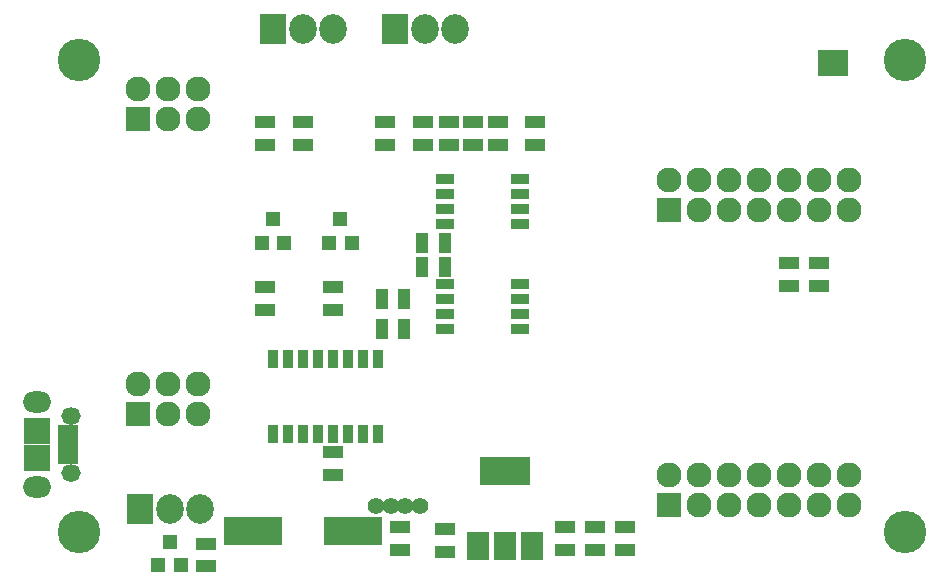
<source format=gbr>
G04 #@! TF.FileFunction,Soldermask,Bot*
%FSLAX46Y46*%
G04 Gerber Fmt 4.6, Leading zero omitted, Abs format (unit mm)*
G04 Created by KiCad (PCBNEW 4.0.6-e0-6349~52~ubuntu17.04.1) date Sun Jul  9 19:13:45 2017*
%MOMM*%
%LPD*%
G01*
G04 APERTURE LIST*
%ADD10C,0.100000*%
%ADD11R,2.127200X2.127200*%
%ADD12O,2.127200X2.127200*%
%ADD13R,0.908000X1.543000*%
%ADD14R,1.700000X1.100000*%
%ADD15R,1.100000X1.700000*%
%ADD16R,2.300000X2.500000*%
%ADD17O,2.300000X2.500000*%
%ADD18R,1.200000X1.300000*%
%ADD19R,1.543000X0.908000*%
%ADD20R,4.200000X2.400000*%
%ADD21R,1.900000X2.400000*%
%ADD22R,4.900000X2.400000*%
%ADD23C,3.600000*%
%ADD24C,1.400000*%
%ADD25R,1.750000X0.800000*%
%ADD26O,1.650000X1.450000*%
%ADD27O,2.400000X1.800000*%
%ADD28R,2.300000X2.200000*%
%ADD29R,2.500000X2.300000*%
G04 APERTURE END LIST*
D10*
D11*
X124476000Y-76222000D03*
D12*
X124476000Y-73682000D03*
X127016000Y-76222000D03*
X127016000Y-73682000D03*
X129556000Y-76222000D03*
X129556000Y-73682000D03*
D11*
X124476000Y-101222000D03*
D12*
X124476000Y-98682000D03*
X127016000Y-101222000D03*
X127016000Y-98682000D03*
X129556000Y-101222000D03*
X129556000Y-98682000D03*
D11*
X169476000Y-83922000D03*
D12*
X169476000Y-81382000D03*
X172016000Y-83922000D03*
X172016000Y-81382000D03*
X174556000Y-83922000D03*
X174556000Y-81382000D03*
X177096000Y-83922000D03*
X177096000Y-81382000D03*
X179636000Y-83922000D03*
X179636000Y-81382000D03*
X182176000Y-83922000D03*
X182176000Y-81382000D03*
X184716000Y-83922000D03*
X184716000Y-81382000D03*
D11*
X169476000Y-108922000D03*
D12*
X169476000Y-106382000D03*
X172016000Y-108922000D03*
X172016000Y-106382000D03*
X174556000Y-108922000D03*
X174556000Y-106382000D03*
X177096000Y-108922000D03*
X177096000Y-106382000D03*
X179636000Y-108922000D03*
X179636000Y-106382000D03*
X182176000Y-108922000D03*
X182176000Y-106382000D03*
X184716000Y-108922000D03*
X184716000Y-106382000D03*
D13*
X144811000Y-96552000D03*
X142271000Y-96552000D03*
X141001000Y-96552000D03*
X139731000Y-96552000D03*
X138461000Y-96552000D03*
X137191000Y-96552000D03*
X135921000Y-96552000D03*
X135921000Y-102902000D03*
X137191000Y-102902000D03*
X138461000Y-102902000D03*
X139731000Y-102902000D03*
X141001000Y-102902000D03*
X142271000Y-102902000D03*
X143541000Y-102902000D03*
X144811000Y-102902000D03*
X143541000Y-96552000D03*
D14*
X165766000Y-112742000D03*
X165766000Y-110842000D03*
X163226000Y-112742000D03*
X163226000Y-110842000D03*
X160686000Y-112742000D03*
X160686000Y-110842000D03*
X150495000Y-112912000D03*
X150495000Y-111012000D03*
X141001000Y-104492000D03*
X141001000Y-106392000D03*
X146716000Y-110842000D03*
X146716000Y-112742000D03*
X130224000Y-112224000D03*
X130224000Y-114124000D03*
D15*
X145131000Y-94012000D03*
X147031000Y-94012000D03*
X145131000Y-91472000D03*
X147031000Y-91472000D03*
D16*
X135921000Y-68612000D03*
D17*
X138461000Y-68612000D03*
X141001000Y-68612000D03*
D16*
X124636000Y-109237000D03*
D17*
X127176000Y-109237000D03*
X129716000Y-109237000D03*
D18*
X136871000Y-86757000D03*
X134971000Y-86757000D03*
X135921000Y-84757000D03*
X142586000Y-86757000D03*
X140686000Y-86757000D03*
X141636000Y-84757000D03*
D14*
X145446000Y-76552000D03*
X145446000Y-78452000D03*
X148621000Y-76552000D03*
X148621000Y-78452000D03*
X154971000Y-76552000D03*
X154971000Y-78452000D03*
X158146000Y-76552000D03*
X158146000Y-78452000D03*
X135286000Y-90522000D03*
X135286000Y-92422000D03*
X141001000Y-90522000D03*
X141001000Y-92422000D03*
X135286000Y-76552000D03*
X135286000Y-78452000D03*
X138461000Y-76552000D03*
X138461000Y-78452000D03*
D19*
X150526000Y-81312000D03*
X150526000Y-82582000D03*
X150526000Y-83852000D03*
X150526000Y-85122000D03*
X156876000Y-85122000D03*
X156876000Y-83852000D03*
X156876000Y-82582000D03*
X156876000Y-81312000D03*
D20*
X155606000Y-106102000D03*
D21*
X155606000Y-112402000D03*
X153306000Y-112402000D03*
X157906000Y-112402000D03*
D19*
X150526000Y-90202000D03*
X150526000Y-91472000D03*
X150526000Y-92742000D03*
X150526000Y-94012000D03*
X156876000Y-94012000D03*
X156876000Y-92742000D03*
X156876000Y-91472000D03*
X156876000Y-90202000D03*
D22*
X134211000Y-111157000D03*
X142711000Y-111157000D03*
D18*
X128126000Y-114047000D03*
X126226000Y-114047000D03*
X127176000Y-112047000D03*
D23*
X189476000Y-111222000D03*
X189476000Y-71222000D03*
X119476000Y-71222000D03*
X119476000Y-111222000D03*
D24*
X144635000Y-108983000D03*
X145885000Y-108983000D03*
X148385000Y-108983000D03*
X147135000Y-108983000D03*
D14*
X179627000Y-90375000D03*
X179627000Y-88475000D03*
X182167000Y-90375000D03*
X182167000Y-88475000D03*
D16*
X146226000Y-68597000D03*
D17*
X148766000Y-68597000D03*
X151306000Y-68597000D03*
D14*
X150798000Y-78437000D03*
X150798000Y-76537000D03*
D15*
X150478000Y-88790000D03*
X148578000Y-88790000D03*
D14*
X152830000Y-78437000D03*
X152830000Y-76537000D03*
D15*
X150478000Y-86758000D03*
X148578000Y-86758000D03*
D25*
X118586500Y-102495500D03*
X118586500Y-103145500D03*
X118586500Y-103795500D03*
X118586500Y-104445500D03*
D26*
X118861500Y-101370500D03*
X118861500Y-106220500D03*
D27*
X115936500Y-100195500D03*
D25*
X118586500Y-105095500D03*
D28*
X115936500Y-102645500D03*
D27*
X115936500Y-107395500D03*
D28*
X115936500Y-104945500D03*
D29*
X183310000Y-71518000D03*
M02*

</source>
